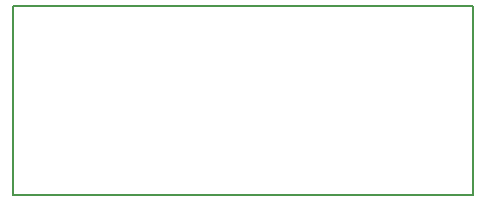
<source format=gbr>
%TF.GenerationSoftware,KiCad,Pcbnew,8.0.0*%
%TF.CreationDate,2024-02-24T23:10:17-05:00*%
%TF.ProjectId,Guitar_Amplifier,47756974-6172-45f4-916d-706c69666965,rev?*%
%TF.SameCoordinates,Original*%
%TF.FileFunction,Profile,NP*%
%FSLAX46Y46*%
G04 Gerber Fmt 4.6, Leading zero omitted, Abs format (unit mm)*
G04 Created by KiCad (PCBNEW 8.0.0) date 2024-02-24 23:10:17*
%MOMM*%
%LPD*%
G01*
G04 APERTURE LIST*
%TA.AperFunction,Profile*%
%ADD10C,0.200000*%
%TD*%
G04 APERTURE END LIST*
D10*
X108000000Y-76000000D02*
X147000000Y-76000000D01*
X147000000Y-92000000D01*
X108000000Y-92000000D01*
X108000000Y-76000000D01*
M02*

</source>
